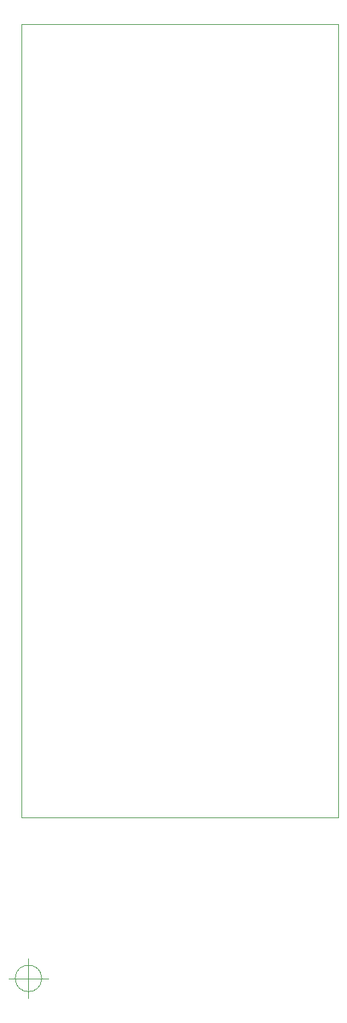
<source format=gbr>
%TF.GenerationSoftware,KiCad,Pcbnew,(5.0.0)*%
%TF.CreationDate,2018-12-09T22:39:23+01:00*%
%TF.ProjectId,formant_vco,666F726D616E745F76636F2E6B696361,rev?*%
%TF.SameCoordinates,Original*%
%TF.FileFunction,Paste,Bot*%
%TF.FilePolarity,Positive*%
%FSLAX46Y46*%
G04 Gerber Fmt 4.6, Leading zero omitted, Abs format (unit mm)*
G04 Created by KiCad (PCBNEW (5.0.0)) date 12/09/18 22:39:23*
%MOMM*%
%LPD*%
G01*
G04 APERTURE LIST*
%ADD10C,0.100000*%
G04 APERTURE END LIST*
D10*
X55000000Y-155000000D02*
X95000000Y-155000000D01*
X95000000Y-55000000D02*
X95000000Y-155000000D01*
X55000000Y-55000000D02*
X95000000Y-55000000D01*
X55000000Y-155000000D02*
X55000000Y-55000000D01*
X57551666Y-175260000D02*
G75*
G03X57551666Y-175260000I-1666666J0D01*
G01*
X53385000Y-175260000D02*
X58385000Y-175260000D01*
X55885000Y-172760000D02*
X55885000Y-177760000D01*
M02*

</source>
